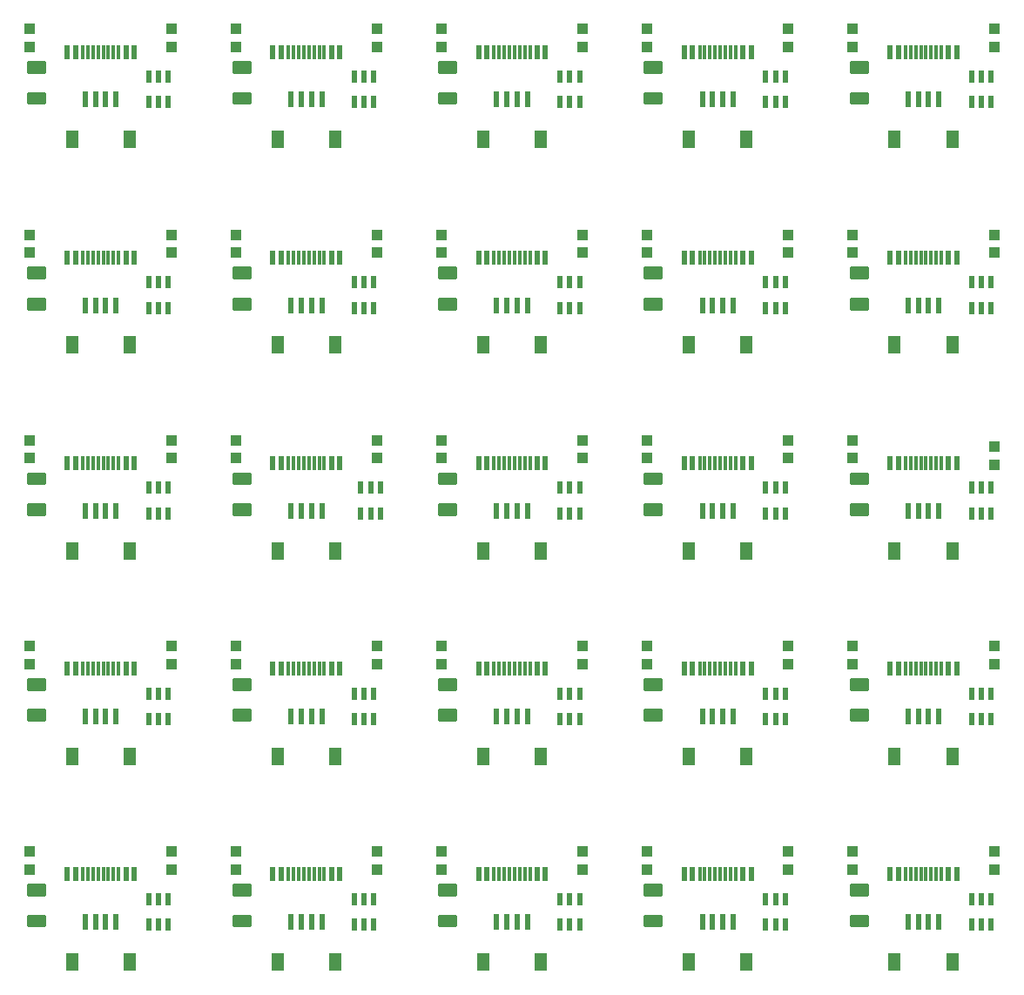
<source format=gbr>
G04 EAGLE Gerber RS-274X export*
G75*
%MOMM*%
%FSLAX34Y34*%
%LPD*%
%INSolderpaste Top*%
%IPPOS*%
%AMOC8*
5,1,8,0,0,1.08239X$1,22.5*%
G01*
%ADD10R,0.600000X1.450000*%
%ADD11R,0.300000X1.450000*%
%ADD12R,0.600000X1.550000*%
%ADD13R,1.200000X1.800000*%
%ADD14C,0.300000*%
%ADD15R,0.600000X1.150000*%
%ADD16R,1.080000X1.050000*%


D10*
X145000Y1399050D03*
X137000Y1399050D03*
D11*
X115000Y1399050D03*
X120000Y1399050D03*
X125000Y1399050D03*
X130000Y1399050D03*
X110000Y1399050D03*
X105000Y1399050D03*
X100000Y1399050D03*
X95000Y1399050D03*
D10*
X88000Y1399050D03*
X80000Y1399050D03*
D12*
X97500Y1352500D03*
X107500Y1352500D03*
X117500Y1352500D03*
X127500Y1352500D03*
D13*
X84500Y1313750D03*
X140500Y1313750D03*
D14*
X57600Y1349200D02*
X57600Y1358200D01*
X57600Y1349200D02*
X42400Y1349200D01*
X42400Y1358200D01*
X57600Y1358200D01*
X57600Y1352050D02*
X42400Y1352050D01*
X42400Y1354900D02*
X57600Y1354900D01*
X57600Y1357750D02*
X42400Y1357750D01*
X57600Y1379300D02*
X57600Y1388300D01*
X57600Y1379300D02*
X42400Y1379300D01*
X42400Y1388300D01*
X57600Y1388300D01*
X57600Y1382150D02*
X42400Y1382150D01*
X42400Y1385000D02*
X57600Y1385000D01*
X57600Y1387850D02*
X42400Y1387850D01*
D15*
X178250Y1375000D03*
X168750Y1375000D03*
X159250Y1375000D03*
X159250Y1350000D03*
X168750Y1350000D03*
X178250Y1350000D03*
D16*
X181250Y1403750D03*
X181250Y1421250D03*
X43750Y1421250D03*
X43750Y1403750D03*
D10*
X345000Y1399050D03*
X337000Y1399050D03*
D11*
X315000Y1399050D03*
X320000Y1399050D03*
X325000Y1399050D03*
X330000Y1399050D03*
X310000Y1399050D03*
X305000Y1399050D03*
X300000Y1399050D03*
X295000Y1399050D03*
D10*
X288000Y1399050D03*
X280000Y1399050D03*
D12*
X297500Y1352500D03*
X307500Y1352500D03*
X317500Y1352500D03*
X327500Y1352500D03*
D13*
X284500Y1313750D03*
X340500Y1313750D03*
D14*
X257600Y1349200D02*
X257600Y1358200D01*
X257600Y1349200D02*
X242400Y1349200D01*
X242400Y1358200D01*
X257600Y1358200D01*
X257600Y1352050D02*
X242400Y1352050D01*
X242400Y1354900D02*
X257600Y1354900D01*
X257600Y1357750D02*
X242400Y1357750D01*
X257600Y1379300D02*
X257600Y1388300D01*
X257600Y1379300D02*
X242400Y1379300D01*
X242400Y1388300D01*
X257600Y1388300D01*
X257600Y1382150D02*
X242400Y1382150D01*
X242400Y1385000D02*
X257600Y1385000D01*
X257600Y1387850D02*
X242400Y1387850D01*
D15*
X359250Y1350000D03*
X368750Y1350000D03*
X378250Y1350000D03*
X378250Y1375000D03*
X368750Y1375000D03*
X359250Y1375000D03*
D16*
X381250Y1403750D03*
X381250Y1421250D03*
X243750Y1421250D03*
X243750Y1403750D03*
D10*
X545000Y1399050D03*
X537000Y1399050D03*
D11*
X515000Y1399050D03*
X520000Y1399050D03*
X525000Y1399050D03*
X530000Y1399050D03*
X510000Y1399050D03*
X505000Y1399050D03*
X500000Y1399050D03*
X495000Y1399050D03*
D10*
X488000Y1399050D03*
X480000Y1399050D03*
D12*
X497500Y1352500D03*
X507500Y1352500D03*
X517500Y1352500D03*
X527500Y1352500D03*
D13*
X484500Y1313750D03*
X540500Y1313750D03*
D14*
X457600Y1349200D02*
X457600Y1358200D01*
X457600Y1349200D02*
X442400Y1349200D01*
X442400Y1358200D01*
X457600Y1358200D01*
X457600Y1352050D02*
X442400Y1352050D01*
X442400Y1354900D02*
X457600Y1354900D01*
X457600Y1357750D02*
X442400Y1357750D01*
X457600Y1379300D02*
X457600Y1388300D01*
X457600Y1379300D02*
X442400Y1379300D01*
X442400Y1388300D01*
X457600Y1388300D01*
X457600Y1382150D02*
X442400Y1382150D01*
X442400Y1385000D02*
X457600Y1385000D01*
X457600Y1387850D02*
X442400Y1387850D01*
D15*
X559250Y1350000D03*
X568750Y1350000D03*
X578250Y1350000D03*
X578250Y1375000D03*
X568750Y1375000D03*
X559250Y1375000D03*
D16*
X581250Y1403750D03*
X581250Y1421250D03*
X443750Y1421250D03*
X443750Y1403750D03*
D10*
X745000Y1399050D03*
X737000Y1399050D03*
D11*
X715000Y1399050D03*
X720000Y1399050D03*
X725000Y1399050D03*
X730000Y1399050D03*
X710000Y1399050D03*
X705000Y1399050D03*
X700000Y1399050D03*
X695000Y1399050D03*
D10*
X688000Y1399050D03*
X680000Y1399050D03*
D12*
X697500Y1352500D03*
X707500Y1352500D03*
X717500Y1352500D03*
X727500Y1352500D03*
D13*
X684500Y1313750D03*
X740500Y1313750D03*
D14*
X657600Y1349200D02*
X657600Y1358200D01*
X657600Y1349200D02*
X642400Y1349200D01*
X642400Y1358200D01*
X657600Y1358200D01*
X657600Y1352050D02*
X642400Y1352050D01*
X642400Y1354900D02*
X657600Y1354900D01*
X657600Y1357750D02*
X642400Y1357750D01*
X657600Y1379300D02*
X657600Y1388300D01*
X657600Y1379300D02*
X642400Y1379300D01*
X642400Y1388300D01*
X657600Y1388300D01*
X657600Y1382150D02*
X642400Y1382150D01*
X642400Y1385000D02*
X657600Y1385000D01*
X657600Y1387850D02*
X642400Y1387850D01*
D15*
X759250Y1350000D03*
X768750Y1350000D03*
X778250Y1350000D03*
X778250Y1375000D03*
X768750Y1375000D03*
X759250Y1375000D03*
D16*
X781250Y1403750D03*
X781250Y1421250D03*
X643750Y1421250D03*
X643750Y1403750D03*
D10*
X945000Y1399050D03*
X937000Y1399050D03*
D11*
X915000Y1399050D03*
X920000Y1399050D03*
X925000Y1399050D03*
X930000Y1399050D03*
X910000Y1399050D03*
X905000Y1399050D03*
X900000Y1399050D03*
X895000Y1399050D03*
D10*
X888000Y1399050D03*
X880000Y1399050D03*
D12*
X897500Y1352500D03*
X907500Y1352500D03*
X917500Y1352500D03*
X927500Y1352500D03*
D13*
X884500Y1313750D03*
X940500Y1313750D03*
D14*
X857600Y1349200D02*
X857600Y1358200D01*
X857600Y1349200D02*
X842400Y1349200D01*
X842400Y1358200D01*
X857600Y1358200D01*
X857600Y1352050D02*
X842400Y1352050D01*
X842400Y1354900D02*
X857600Y1354900D01*
X857600Y1357750D02*
X842400Y1357750D01*
X857600Y1379300D02*
X857600Y1388300D01*
X857600Y1379300D02*
X842400Y1379300D01*
X842400Y1388300D01*
X857600Y1388300D01*
X857600Y1382150D02*
X842400Y1382150D01*
X842400Y1385000D02*
X857600Y1385000D01*
X857600Y1387850D02*
X842400Y1387850D01*
D15*
X959250Y1350000D03*
X968750Y1350000D03*
X978250Y1350000D03*
X978250Y1375000D03*
X968750Y1375000D03*
X959250Y1375000D03*
D16*
X981250Y1403750D03*
X981250Y1421250D03*
X843750Y1421250D03*
X843750Y1403750D03*
D10*
X145000Y1199050D03*
X137000Y1199050D03*
D11*
X115000Y1199050D03*
X120000Y1199050D03*
X125000Y1199050D03*
X130000Y1199050D03*
X110000Y1199050D03*
X105000Y1199050D03*
X100000Y1199050D03*
X95000Y1199050D03*
D10*
X88000Y1199050D03*
X80000Y1199050D03*
D12*
X97500Y1152500D03*
X107500Y1152500D03*
X117500Y1152500D03*
X127500Y1152500D03*
D13*
X84500Y1113750D03*
X140500Y1113750D03*
D14*
X57600Y1149200D02*
X57600Y1158200D01*
X57600Y1149200D02*
X42400Y1149200D01*
X42400Y1158200D01*
X57600Y1158200D01*
X57600Y1152050D02*
X42400Y1152050D01*
X42400Y1154900D02*
X57600Y1154900D01*
X57600Y1157750D02*
X42400Y1157750D01*
X57600Y1179300D02*
X57600Y1188300D01*
X57600Y1179300D02*
X42400Y1179300D01*
X42400Y1188300D01*
X57600Y1188300D01*
X57600Y1182150D02*
X42400Y1182150D01*
X42400Y1185000D02*
X57600Y1185000D01*
X57600Y1187850D02*
X42400Y1187850D01*
D15*
X159250Y1150000D03*
X168750Y1150000D03*
X178250Y1150000D03*
X178250Y1175000D03*
X168750Y1175000D03*
X159250Y1175000D03*
D16*
X181250Y1203750D03*
X181250Y1221250D03*
X43750Y1221250D03*
X43750Y1203750D03*
D10*
X345000Y1199050D03*
X337000Y1199050D03*
D11*
X315000Y1199050D03*
X320000Y1199050D03*
X325000Y1199050D03*
X330000Y1199050D03*
X310000Y1199050D03*
X305000Y1199050D03*
X300000Y1199050D03*
X295000Y1199050D03*
D10*
X288000Y1199050D03*
X280000Y1199050D03*
D12*
X297500Y1152500D03*
X307500Y1152500D03*
X317500Y1152500D03*
X327500Y1152500D03*
D13*
X284500Y1113750D03*
X340500Y1113750D03*
D14*
X257600Y1149200D02*
X257600Y1158200D01*
X257600Y1149200D02*
X242400Y1149200D01*
X242400Y1158200D01*
X257600Y1158200D01*
X257600Y1152050D02*
X242400Y1152050D01*
X242400Y1154900D02*
X257600Y1154900D01*
X257600Y1157750D02*
X242400Y1157750D01*
X257600Y1179300D02*
X257600Y1188300D01*
X257600Y1179300D02*
X242400Y1179300D01*
X242400Y1188300D01*
X257600Y1188300D01*
X257600Y1182150D02*
X242400Y1182150D01*
X242400Y1185000D02*
X257600Y1185000D01*
X257600Y1187850D02*
X242400Y1187850D01*
D15*
X359250Y1150000D03*
X368750Y1150000D03*
X378250Y1150000D03*
X378250Y1175000D03*
X368750Y1175000D03*
X359250Y1175000D03*
D16*
X381250Y1203750D03*
X381250Y1221250D03*
X243750Y1221250D03*
X243750Y1203750D03*
D10*
X545000Y1199050D03*
X537000Y1199050D03*
D11*
X515000Y1199050D03*
X520000Y1199050D03*
X525000Y1199050D03*
X530000Y1199050D03*
X510000Y1199050D03*
X505000Y1199050D03*
X500000Y1199050D03*
X495000Y1199050D03*
D10*
X488000Y1199050D03*
X480000Y1199050D03*
D12*
X497500Y1152500D03*
X507500Y1152500D03*
X517500Y1152500D03*
X527500Y1152500D03*
D13*
X484500Y1113750D03*
X540500Y1113750D03*
D14*
X457600Y1149200D02*
X457600Y1158200D01*
X457600Y1149200D02*
X442400Y1149200D01*
X442400Y1158200D01*
X457600Y1158200D01*
X457600Y1152050D02*
X442400Y1152050D01*
X442400Y1154900D02*
X457600Y1154900D01*
X457600Y1157750D02*
X442400Y1157750D01*
X457600Y1179300D02*
X457600Y1188300D01*
X457600Y1179300D02*
X442400Y1179300D01*
X442400Y1188300D01*
X457600Y1188300D01*
X457600Y1182150D02*
X442400Y1182150D01*
X442400Y1185000D02*
X457600Y1185000D01*
X457600Y1187850D02*
X442400Y1187850D01*
D15*
X559250Y1150000D03*
X568750Y1150000D03*
X578250Y1150000D03*
X578250Y1175000D03*
X568750Y1175000D03*
X559250Y1175000D03*
D16*
X581250Y1203750D03*
X581250Y1221250D03*
X443750Y1221250D03*
X443750Y1203750D03*
D10*
X745000Y1199050D03*
X737000Y1199050D03*
D11*
X715000Y1199050D03*
X720000Y1199050D03*
X725000Y1199050D03*
X730000Y1199050D03*
X710000Y1199050D03*
X705000Y1199050D03*
X700000Y1199050D03*
X695000Y1199050D03*
D10*
X688000Y1199050D03*
X680000Y1199050D03*
D12*
X697500Y1152500D03*
X707500Y1152500D03*
X717500Y1152500D03*
X727500Y1152500D03*
D13*
X684500Y1113750D03*
X740500Y1113750D03*
D14*
X657600Y1149200D02*
X657600Y1158200D01*
X657600Y1149200D02*
X642400Y1149200D01*
X642400Y1158200D01*
X657600Y1158200D01*
X657600Y1152050D02*
X642400Y1152050D01*
X642400Y1154900D02*
X657600Y1154900D01*
X657600Y1157750D02*
X642400Y1157750D01*
X657600Y1179300D02*
X657600Y1188300D01*
X657600Y1179300D02*
X642400Y1179300D01*
X642400Y1188300D01*
X657600Y1188300D01*
X657600Y1182150D02*
X642400Y1182150D01*
X642400Y1185000D02*
X657600Y1185000D01*
X657600Y1187850D02*
X642400Y1187850D01*
D15*
X759250Y1150000D03*
X768750Y1150000D03*
X778250Y1150000D03*
X778250Y1175000D03*
X768750Y1175000D03*
X759250Y1175000D03*
D16*
X781250Y1203750D03*
X781250Y1221250D03*
X643750Y1221250D03*
X643750Y1203750D03*
D10*
X945000Y1199050D03*
X937000Y1199050D03*
D11*
X915000Y1199050D03*
X920000Y1199050D03*
X925000Y1199050D03*
X930000Y1199050D03*
X910000Y1199050D03*
X905000Y1199050D03*
X900000Y1199050D03*
X895000Y1199050D03*
D10*
X888000Y1199050D03*
X880000Y1199050D03*
D12*
X897500Y1152500D03*
X907500Y1152500D03*
X917500Y1152500D03*
X927500Y1152500D03*
D13*
X884500Y1113750D03*
X940500Y1113750D03*
D14*
X857600Y1149200D02*
X857600Y1158200D01*
X857600Y1149200D02*
X842400Y1149200D01*
X842400Y1158200D01*
X857600Y1158200D01*
X857600Y1152050D02*
X842400Y1152050D01*
X842400Y1154900D02*
X857600Y1154900D01*
X857600Y1157750D02*
X842400Y1157750D01*
X857600Y1179300D02*
X857600Y1188300D01*
X857600Y1179300D02*
X842400Y1179300D01*
X842400Y1188300D01*
X857600Y1188300D01*
X857600Y1182150D02*
X842400Y1182150D01*
X842400Y1185000D02*
X857600Y1185000D01*
X857600Y1187850D02*
X842400Y1187850D01*
D15*
X959250Y1150000D03*
X968750Y1150000D03*
X978250Y1150000D03*
X978250Y1175000D03*
X968750Y1175000D03*
X959250Y1175000D03*
D16*
X981250Y1203750D03*
X981250Y1221250D03*
X843750Y1221250D03*
X843750Y1203750D03*
D10*
X145000Y999050D03*
X137000Y999050D03*
D11*
X115000Y999050D03*
X120000Y999050D03*
X125000Y999050D03*
X130000Y999050D03*
X110000Y999050D03*
X105000Y999050D03*
X100000Y999050D03*
X95000Y999050D03*
D10*
X88000Y999050D03*
X80000Y999050D03*
D12*
X97500Y952500D03*
X107500Y952500D03*
X117500Y952500D03*
X127500Y952500D03*
D13*
X84500Y913750D03*
X140500Y913750D03*
D14*
X57600Y949200D02*
X57600Y958200D01*
X57600Y949200D02*
X42400Y949200D01*
X42400Y958200D01*
X57600Y958200D01*
X57600Y952050D02*
X42400Y952050D01*
X42400Y954900D02*
X57600Y954900D01*
X57600Y957750D02*
X42400Y957750D01*
X57600Y979300D02*
X57600Y988300D01*
X57600Y979300D02*
X42400Y979300D01*
X42400Y988300D01*
X57600Y988300D01*
X57600Y982150D02*
X42400Y982150D01*
X42400Y985000D02*
X57600Y985000D01*
X57600Y987850D02*
X42400Y987850D01*
D15*
X159250Y950000D03*
X168750Y950000D03*
X178250Y950000D03*
X178250Y975000D03*
X168750Y975000D03*
X159250Y975000D03*
D16*
X181250Y1003750D03*
X181250Y1021250D03*
X43750Y1021250D03*
X43750Y1003750D03*
D10*
X345000Y999050D03*
X337000Y999050D03*
D11*
X315000Y999050D03*
X320000Y999050D03*
X325000Y999050D03*
X330000Y999050D03*
X310000Y999050D03*
X305000Y999050D03*
X300000Y999050D03*
X295000Y999050D03*
D10*
X288000Y999050D03*
X280000Y999050D03*
D12*
X297500Y952500D03*
X307500Y952500D03*
X317500Y952500D03*
X327500Y952500D03*
D13*
X284500Y913750D03*
X340500Y913750D03*
D14*
X257600Y949200D02*
X257600Y958200D01*
X257600Y949200D02*
X242400Y949200D01*
X242400Y958200D01*
X257600Y958200D01*
X257600Y952050D02*
X242400Y952050D01*
X242400Y954900D02*
X257600Y954900D01*
X257600Y957750D02*
X242400Y957750D01*
X257600Y979300D02*
X257600Y988300D01*
X257600Y979300D02*
X242400Y979300D01*
X242400Y988300D01*
X257600Y988300D01*
X257600Y982150D02*
X242400Y982150D01*
X242400Y985000D02*
X257600Y985000D01*
X257600Y987850D02*
X242400Y987850D01*
D15*
X365500Y950000D03*
X375000Y950000D03*
X384500Y950000D03*
X384500Y975000D03*
X375000Y975000D03*
X365500Y975000D03*
D16*
X381250Y1003750D03*
X381250Y1021250D03*
X243750Y1021250D03*
X243750Y1003750D03*
D10*
X545000Y999050D03*
X537000Y999050D03*
D11*
X515000Y999050D03*
X520000Y999050D03*
X525000Y999050D03*
X530000Y999050D03*
X510000Y999050D03*
X505000Y999050D03*
X500000Y999050D03*
X495000Y999050D03*
D10*
X488000Y999050D03*
X480000Y999050D03*
D12*
X497500Y952500D03*
X507500Y952500D03*
X517500Y952500D03*
X527500Y952500D03*
D13*
X484500Y913750D03*
X540500Y913750D03*
D14*
X457600Y949200D02*
X457600Y958200D01*
X457600Y949200D02*
X442400Y949200D01*
X442400Y958200D01*
X457600Y958200D01*
X457600Y952050D02*
X442400Y952050D01*
X442400Y954900D02*
X457600Y954900D01*
X457600Y957750D02*
X442400Y957750D01*
X457600Y979300D02*
X457600Y988300D01*
X457600Y979300D02*
X442400Y979300D01*
X442400Y988300D01*
X457600Y988300D01*
X457600Y982150D02*
X442400Y982150D01*
X442400Y985000D02*
X457600Y985000D01*
X457600Y987850D02*
X442400Y987850D01*
D15*
X559250Y950000D03*
X568750Y950000D03*
X578250Y950000D03*
X578250Y975000D03*
X568750Y975000D03*
X559250Y975000D03*
D16*
X581250Y1003750D03*
X581250Y1021250D03*
X443750Y1021250D03*
X443750Y1003750D03*
D10*
X745000Y999050D03*
X737000Y999050D03*
D11*
X715000Y999050D03*
X720000Y999050D03*
X725000Y999050D03*
X730000Y999050D03*
X710000Y999050D03*
X705000Y999050D03*
X700000Y999050D03*
X695000Y999050D03*
D10*
X688000Y999050D03*
X680000Y999050D03*
D12*
X697500Y952500D03*
X707500Y952500D03*
X717500Y952500D03*
X727500Y952500D03*
D13*
X684500Y913750D03*
X740500Y913750D03*
D14*
X657600Y949200D02*
X657600Y958200D01*
X657600Y949200D02*
X642400Y949200D01*
X642400Y958200D01*
X657600Y958200D01*
X657600Y952050D02*
X642400Y952050D01*
X642400Y954900D02*
X657600Y954900D01*
X657600Y957750D02*
X642400Y957750D01*
X657600Y979300D02*
X657600Y988300D01*
X657600Y979300D02*
X642400Y979300D01*
X642400Y988300D01*
X657600Y988300D01*
X657600Y982150D02*
X642400Y982150D01*
X642400Y985000D02*
X657600Y985000D01*
X657600Y987850D02*
X642400Y987850D01*
D15*
X759250Y950000D03*
X768750Y950000D03*
X778250Y950000D03*
X778250Y975000D03*
X768750Y975000D03*
X759250Y975000D03*
D16*
X781250Y1003750D03*
X781250Y1021250D03*
X643750Y1021250D03*
X643750Y1003750D03*
D10*
X945000Y999050D03*
X937000Y999050D03*
D11*
X915000Y999050D03*
X920000Y999050D03*
X925000Y999050D03*
X930000Y999050D03*
X910000Y999050D03*
X905000Y999050D03*
X900000Y999050D03*
X895000Y999050D03*
D10*
X888000Y999050D03*
X880000Y999050D03*
D12*
X897500Y952500D03*
X907500Y952500D03*
X917500Y952500D03*
X927500Y952500D03*
D13*
X884500Y913750D03*
X940500Y913750D03*
D14*
X857600Y949200D02*
X857600Y958200D01*
X857600Y949200D02*
X842400Y949200D01*
X842400Y958200D01*
X857600Y958200D01*
X857600Y952050D02*
X842400Y952050D01*
X842400Y954900D02*
X857600Y954900D01*
X857600Y957750D02*
X842400Y957750D01*
X857600Y979300D02*
X857600Y988300D01*
X857600Y979300D02*
X842400Y979300D01*
X842400Y988300D01*
X857600Y988300D01*
X857600Y982150D02*
X842400Y982150D01*
X842400Y985000D02*
X857600Y985000D01*
X857600Y987850D02*
X842400Y987850D01*
D15*
X959250Y950000D03*
X968750Y950000D03*
X978250Y950000D03*
X978250Y975000D03*
X968750Y975000D03*
X959250Y975000D03*
D16*
X981250Y997500D03*
X981250Y1015000D03*
X843750Y1021250D03*
X843750Y1003750D03*
D10*
X145000Y799050D03*
X137000Y799050D03*
D11*
X115000Y799050D03*
X120000Y799050D03*
X125000Y799050D03*
X130000Y799050D03*
X110000Y799050D03*
X105000Y799050D03*
X100000Y799050D03*
X95000Y799050D03*
D10*
X88000Y799050D03*
X80000Y799050D03*
D12*
X97500Y752500D03*
X107500Y752500D03*
X117500Y752500D03*
X127500Y752500D03*
D13*
X84500Y713750D03*
X140500Y713750D03*
D14*
X57600Y749200D02*
X57600Y758200D01*
X57600Y749200D02*
X42400Y749200D01*
X42400Y758200D01*
X57600Y758200D01*
X57600Y752050D02*
X42400Y752050D01*
X42400Y754900D02*
X57600Y754900D01*
X57600Y757750D02*
X42400Y757750D01*
X57600Y779300D02*
X57600Y788300D01*
X57600Y779300D02*
X42400Y779300D01*
X42400Y788300D01*
X57600Y788300D01*
X57600Y782150D02*
X42400Y782150D01*
X42400Y785000D02*
X57600Y785000D01*
X57600Y787850D02*
X42400Y787850D01*
D15*
X159250Y750000D03*
X168750Y750000D03*
X178250Y750000D03*
X178250Y775000D03*
X168750Y775000D03*
X159250Y775000D03*
D16*
X181250Y803750D03*
X181250Y821250D03*
X43750Y821250D03*
X43750Y803750D03*
D10*
X345000Y799050D03*
X337000Y799050D03*
D11*
X315000Y799050D03*
X320000Y799050D03*
X325000Y799050D03*
X330000Y799050D03*
X310000Y799050D03*
X305000Y799050D03*
X300000Y799050D03*
X295000Y799050D03*
D10*
X288000Y799050D03*
X280000Y799050D03*
D12*
X297500Y752500D03*
X307500Y752500D03*
X317500Y752500D03*
X327500Y752500D03*
D13*
X284500Y713750D03*
X340500Y713750D03*
D14*
X257600Y749200D02*
X257600Y758200D01*
X257600Y749200D02*
X242400Y749200D01*
X242400Y758200D01*
X257600Y758200D01*
X257600Y752050D02*
X242400Y752050D01*
X242400Y754900D02*
X257600Y754900D01*
X257600Y757750D02*
X242400Y757750D01*
X257600Y779300D02*
X257600Y788300D01*
X257600Y779300D02*
X242400Y779300D01*
X242400Y788300D01*
X257600Y788300D01*
X257600Y782150D02*
X242400Y782150D01*
X242400Y785000D02*
X257600Y785000D01*
X257600Y787850D02*
X242400Y787850D01*
D15*
X359250Y750000D03*
X368750Y750000D03*
X378250Y750000D03*
X378250Y775000D03*
X368750Y775000D03*
X359250Y775000D03*
D16*
X381250Y803750D03*
X381250Y821250D03*
X243750Y821250D03*
X243750Y803750D03*
D10*
X545000Y799050D03*
X537000Y799050D03*
D11*
X515000Y799050D03*
X520000Y799050D03*
X525000Y799050D03*
X530000Y799050D03*
X510000Y799050D03*
X505000Y799050D03*
X500000Y799050D03*
X495000Y799050D03*
D10*
X488000Y799050D03*
X480000Y799050D03*
D12*
X497500Y752500D03*
X507500Y752500D03*
X517500Y752500D03*
X527500Y752500D03*
D13*
X484500Y713750D03*
X540500Y713750D03*
D14*
X457600Y749200D02*
X457600Y758200D01*
X457600Y749200D02*
X442400Y749200D01*
X442400Y758200D01*
X457600Y758200D01*
X457600Y752050D02*
X442400Y752050D01*
X442400Y754900D02*
X457600Y754900D01*
X457600Y757750D02*
X442400Y757750D01*
X457600Y779300D02*
X457600Y788300D01*
X457600Y779300D02*
X442400Y779300D01*
X442400Y788300D01*
X457600Y788300D01*
X457600Y782150D02*
X442400Y782150D01*
X442400Y785000D02*
X457600Y785000D01*
X457600Y787850D02*
X442400Y787850D01*
D15*
X559250Y750000D03*
X568750Y750000D03*
X578250Y750000D03*
X578250Y775000D03*
X568750Y775000D03*
X559250Y775000D03*
D16*
X581250Y803750D03*
X581250Y821250D03*
X443750Y821250D03*
X443750Y803750D03*
D10*
X745000Y799050D03*
X737000Y799050D03*
D11*
X715000Y799050D03*
X720000Y799050D03*
X725000Y799050D03*
X730000Y799050D03*
X710000Y799050D03*
X705000Y799050D03*
X700000Y799050D03*
X695000Y799050D03*
D10*
X688000Y799050D03*
X680000Y799050D03*
D12*
X697500Y752500D03*
X707500Y752500D03*
X717500Y752500D03*
X727500Y752500D03*
D13*
X684500Y713750D03*
X740500Y713750D03*
D14*
X657600Y749200D02*
X657600Y758200D01*
X657600Y749200D02*
X642400Y749200D01*
X642400Y758200D01*
X657600Y758200D01*
X657600Y752050D02*
X642400Y752050D01*
X642400Y754900D02*
X657600Y754900D01*
X657600Y757750D02*
X642400Y757750D01*
X657600Y779300D02*
X657600Y788300D01*
X657600Y779300D02*
X642400Y779300D01*
X642400Y788300D01*
X657600Y788300D01*
X657600Y782150D02*
X642400Y782150D01*
X642400Y785000D02*
X657600Y785000D01*
X657600Y787850D02*
X642400Y787850D01*
D15*
X759250Y750000D03*
X768750Y750000D03*
X778250Y750000D03*
X778250Y775000D03*
X768750Y775000D03*
X759250Y775000D03*
D16*
X781250Y803750D03*
X781250Y821250D03*
X643750Y821250D03*
X643750Y803750D03*
D10*
X945000Y799050D03*
X937000Y799050D03*
D11*
X915000Y799050D03*
X920000Y799050D03*
X925000Y799050D03*
X930000Y799050D03*
X910000Y799050D03*
X905000Y799050D03*
X900000Y799050D03*
X895000Y799050D03*
D10*
X888000Y799050D03*
X880000Y799050D03*
D12*
X897500Y752500D03*
X907500Y752500D03*
X917500Y752500D03*
X927500Y752500D03*
D13*
X884500Y713750D03*
X940500Y713750D03*
D14*
X857600Y749200D02*
X857600Y758200D01*
X857600Y749200D02*
X842400Y749200D01*
X842400Y758200D01*
X857600Y758200D01*
X857600Y752050D02*
X842400Y752050D01*
X842400Y754900D02*
X857600Y754900D01*
X857600Y757750D02*
X842400Y757750D01*
X857600Y779300D02*
X857600Y788300D01*
X857600Y779300D02*
X842400Y779300D01*
X842400Y788300D01*
X857600Y788300D01*
X857600Y782150D02*
X842400Y782150D01*
X842400Y785000D02*
X857600Y785000D01*
X857600Y787850D02*
X842400Y787850D01*
D15*
X959250Y750000D03*
X968750Y750000D03*
X978250Y750000D03*
X978250Y775000D03*
X968750Y775000D03*
X959250Y775000D03*
D16*
X981250Y803750D03*
X981250Y821250D03*
X843750Y821250D03*
X843750Y803750D03*
D10*
X145000Y599050D03*
X137000Y599050D03*
D11*
X115000Y599050D03*
X120000Y599050D03*
X125000Y599050D03*
X130000Y599050D03*
X110000Y599050D03*
X105000Y599050D03*
X100000Y599050D03*
X95000Y599050D03*
D10*
X88000Y599050D03*
X80000Y599050D03*
D12*
X97500Y552500D03*
X107500Y552500D03*
X117500Y552500D03*
X127500Y552500D03*
D13*
X84500Y513750D03*
X140500Y513750D03*
D14*
X57600Y549200D02*
X57600Y558200D01*
X57600Y549200D02*
X42400Y549200D01*
X42400Y558200D01*
X57600Y558200D01*
X57600Y552050D02*
X42400Y552050D01*
X42400Y554900D02*
X57600Y554900D01*
X57600Y557750D02*
X42400Y557750D01*
X57600Y579300D02*
X57600Y588300D01*
X57600Y579300D02*
X42400Y579300D01*
X42400Y588300D01*
X57600Y588300D01*
X57600Y582150D02*
X42400Y582150D01*
X42400Y585000D02*
X57600Y585000D01*
X57600Y587850D02*
X42400Y587850D01*
D15*
X159250Y550000D03*
X168750Y550000D03*
X178250Y550000D03*
X178250Y575000D03*
X168750Y575000D03*
X159250Y575000D03*
D16*
X181250Y603750D03*
X181250Y621250D03*
X43750Y621250D03*
X43750Y603750D03*
D10*
X345000Y599050D03*
X337000Y599050D03*
D11*
X315000Y599050D03*
X320000Y599050D03*
X325000Y599050D03*
X330000Y599050D03*
X310000Y599050D03*
X305000Y599050D03*
X300000Y599050D03*
X295000Y599050D03*
D10*
X288000Y599050D03*
X280000Y599050D03*
D12*
X297500Y552500D03*
X307500Y552500D03*
X317500Y552500D03*
X327500Y552500D03*
D13*
X284500Y513750D03*
X340500Y513750D03*
D14*
X257600Y549200D02*
X257600Y558200D01*
X257600Y549200D02*
X242400Y549200D01*
X242400Y558200D01*
X257600Y558200D01*
X257600Y552050D02*
X242400Y552050D01*
X242400Y554900D02*
X257600Y554900D01*
X257600Y557750D02*
X242400Y557750D01*
X257600Y579300D02*
X257600Y588300D01*
X257600Y579300D02*
X242400Y579300D01*
X242400Y588300D01*
X257600Y588300D01*
X257600Y582150D02*
X242400Y582150D01*
X242400Y585000D02*
X257600Y585000D01*
X257600Y587850D02*
X242400Y587850D01*
D15*
X359250Y550000D03*
X368750Y550000D03*
X378250Y550000D03*
X378250Y575000D03*
X368750Y575000D03*
X359250Y575000D03*
D16*
X381250Y603750D03*
X381250Y621250D03*
X243750Y621250D03*
X243750Y603750D03*
D10*
X545000Y599050D03*
X537000Y599050D03*
D11*
X515000Y599050D03*
X520000Y599050D03*
X525000Y599050D03*
X530000Y599050D03*
X510000Y599050D03*
X505000Y599050D03*
X500000Y599050D03*
X495000Y599050D03*
D10*
X488000Y599050D03*
X480000Y599050D03*
D12*
X497500Y552500D03*
X507500Y552500D03*
X517500Y552500D03*
X527500Y552500D03*
D13*
X484500Y513750D03*
X540500Y513750D03*
D14*
X457600Y549200D02*
X457600Y558200D01*
X457600Y549200D02*
X442400Y549200D01*
X442400Y558200D01*
X457600Y558200D01*
X457600Y552050D02*
X442400Y552050D01*
X442400Y554900D02*
X457600Y554900D01*
X457600Y557750D02*
X442400Y557750D01*
X457600Y579300D02*
X457600Y588300D01*
X457600Y579300D02*
X442400Y579300D01*
X442400Y588300D01*
X457600Y588300D01*
X457600Y582150D02*
X442400Y582150D01*
X442400Y585000D02*
X457600Y585000D01*
X457600Y587850D02*
X442400Y587850D01*
D15*
X559250Y550000D03*
X568750Y550000D03*
X578250Y550000D03*
X578250Y575000D03*
X568750Y575000D03*
X559250Y575000D03*
D16*
X581250Y603750D03*
X581250Y621250D03*
X443750Y621250D03*
X443750Y603750D03*
D10*
X745000Y599050D03*
X737000Y599050D03*
D11*
X715000Y599050D03*
X720000Y599050D03*
X725000Y599050D03*
X730000Y599050D03*
X710000Y599050D03*
X705000Y599050D03*
X700000Y599050D03*
X695000Y599050D03*
D10*
X688000Y599050D03*
X680000Y599050D03*
D12*
X697500Y552500D03*
X707500Y552500D03*
X717500Y552500D03*
X727500Y552500D03*
D13*
X684500Y513750D03*
X740500Y513750D03*
D14*
X657600Y549200D02*
X657600Y558200D01*
X657600Y549200D02*
X642400Y549200D01*
X642400Y558200D01*
X657600Y558200D01*
X657600Y552050D02*
X642400Y552050D01*
X642400Y554900D02*
X657600Y554900D01*
X657600Y557750D02*
X642400Y557750D01*
X657600Y579300D02*
X657600Y588300D01*
X657600Y579300D02*
X642400Y579300D01*
X642400Y588300D01*
X657600Y588300D01*
X657600Y582150D02*
X642400Y582150D01*
X642400Y585000D02*
X657600Y585000D01*
X657600Y587850D02*
X642400Y587850D01*
D15*
X759250Y550000D03*
X768750Y550000D03*
X778250Y550000D03*
X778250Y575000D03*
X768750Y575000D03*
X759250Y575000D03*
D16*
X781250Y603750D03*
X781250Y621250D03*
X643750Y621250D03*
X643750Y603750D03*
D10*
X945000Y599050D03*
X937000Y599050D03*
D11*
X915000Y599050D03*
X920000Y599050D03*
X925000Y599050D03*
X930000Y599050D03*
X910000Y599050D03*
X905000Y599050D03*
X900000Y599050D03*
X895000Y599050D03*
D10*
X888000Y599050D03*
X880000Y599050D03*
D12*
X897500Y552500D03*
X907500Y552500D03*
X917500Y552500D03*
X927500Y552500D03*
D13*
X884500Y513750D03*
X940500Y513750D03*
D14*
X857600Y549200D02*
X857600Y558200D01*
X857600Y549200D02*
X842400Y549200D01*
X842400Y558200D01*
X857600Y558200D01*
X857600Y552050D02*
X842400Y552050D01*
X842400Y554900D02*
X857600Y554900D01*
X857600Y557750D02*
X842400Y557750D01*
X857600Y579300D02*
X857600Y588300D01*
X857600Y579300D02*
X842400Y579300D01*
X842400Y588300D01*
X857600Y588300D01*
X857600Y582150D02*
X842400Y582150D01*
X842400Y585000D02*
X857600Y585000D01*
X857600Y587850D02*
X842400Y587850D01*
D15*
X959250Y550000D03*
X968750Y550000D03*
X978250Y550000D03*
X978250Y575000D03*
X968750Y575000D03*
X959250Y575000D03*
D16*
X981250Y603750D03*
X981250Y621250D03*
X843750Y621250D03*
X843750Y603750D03*
M02*

</source>
